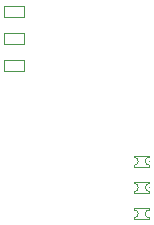
<source format=gbr>
%TF.GenerationSoftware,Altium Limited,Altium Designer,20.2.5 (213)*%
G04 Layer_Color=32768*
%FSLAX25Y25*%
%MOIN*%
%TF.SameCoordinates,03ADE540-DEBB-48E1-BD2F-024036EB756D*%
%TF.FilePolarity,Positive*%
%TF.FileFunction,Other,Mechanical_3*%
%TF.Part,Single*%
G01*
G75*
%TA.AperFunction,NonConductor*%
%ADD34C,0.00394*%
D34*
X186059Y103378D02*
G03*
X186059Y100622I0J-1378D01*
G01*
X180941D02*
G03*
X180941Y103378I0J1378D01*
G01*
X186138Y101917D02*
G03*
X186138Y101917I-197J0D01*
G01*
X186059Y94628D02*
G03*
X186059Y91872I0J-1378D01*
G01*
X180941D02*
G03*
X180941Y94628I0J1378D01*
G01*
X186138Y93167D02*
G03*
X186138Y93167I-197J0D01*
G01*
X186059Y85878D02*
G03*
X186059Y83122I0J-1378D01*
G01*
X180941D02*
G03*
X180941Y85878I0J1378D01*
G01*
X186138Y84417D02*
G03*
X186138Y84417I-197J0D01*
G01*
X180941Y100228D02*
X186059D01*
Y100622D01*
Y103378D02*
Y103772D01*
X180941D02*
X186059D01*
X180941Y100228D02*
Y100622D01*
Y103378D02*
Y103772D01*
X137654Y150228D02*
X144346D01*
X137654Y153772D02*
X144346D01*
Y150228D02*
Y153772D01*
X137654Y150228D02*
Y153772D01*
X180941Y91478D02*
X186059D01*
Y91872D01*
Y94628D02*
Y95022D01*
X180941D02*
X186059D01*
X180941Y91478D02*
Y91872D01*
Y94628D02*
Y95022D01*
X137654Y141228D02*
X144346D01*
X137654Y144772D02*
X144346D01*
Y141228D02*
Y144772D01*
X137654Y141228D02*
Y144772D01*
X180941Y82728D02*
X186059D01*
Y83122D01*
Y85878D02*
Y86272D01*
X180941D02*
X186059D01*
X180941Y82728D02*
Y83122D01*
Y85878D02*
Y86272D01*
X137654Y132228D02*
X144346D01*
X137654Y135772D02*
X144346D01*
Y132228D02*
Y135772D01*
X137654Y132228D02*
Y135772D01*
%TF.MD5,4784669c946b44659764f1af16c23ec3*%
M02*

</source>
